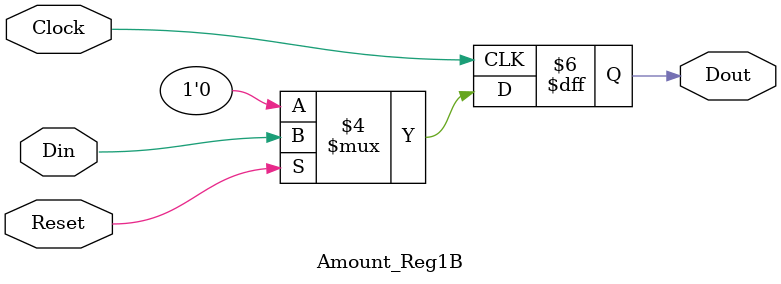
<source format=v>
`timescale	1ns/1ps

module	Amount_Reg1B(Dout, Din, Clock, Reset)	;

output	Dout	;
reg	Dout	;

input	Din	;
wire	Din	;

input	Clock, Reset	;
wire	Clock, Reset	;


always	@(posedge	Clock)
	begin
		if ( Reset == 1'b0 )
			begin
				Dout <= 1'b0	;
			end
		else
			begin
				Dout <= Din	;
			end
	end

endmodule

</source>
